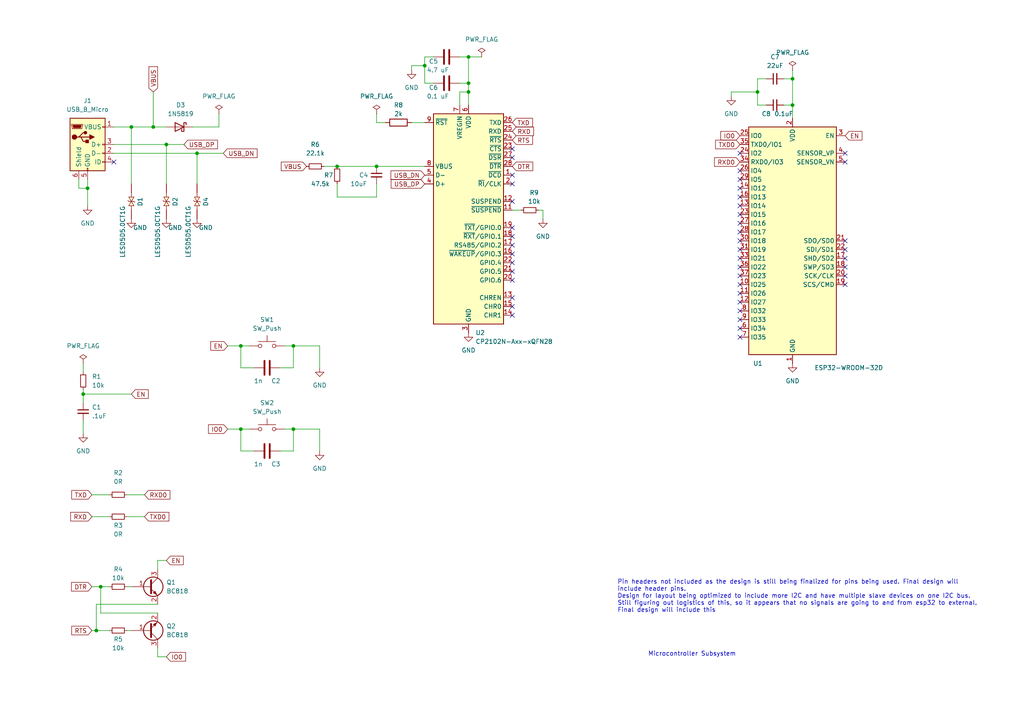
<source format=kicad_sch>
(kicad_sch (version 20211123) (generator eeschema)
  (paper "A4")
  (lib_symbols
    (symbol "Connector:USB_B_Micro" (pin_names (offset 1.016))
      (property "Reference" "J" (at -5.08 11.43 0))
      (property "Value" "USB_B_Micro" (at -5.08 8.89 0))
      (symbol "USB_B_Micro_0_1"
        (rectangle (start -5.08 -7.62) (end 5.08 7.62) (stroke (width 0.254)) (fill (type background)))
        (circle (center -3.81 2.159) (radius 0.635) (stroke (width 0.254)) (fill (type outline)))
        (circle (center -0.635 3.429) (radius 0.381) (stroke (width 0.254)) (fill (type outline)))
        (rectangle (start -0.127 -7.62) (end 0.127 -6.858))
        (polyline (pts (xy -1.905 2.159) (xy 0.635 2.159)) (stroke (width 0.254)))
        (polyline (pts (xy -3.175 2.159) (xy -2.54 2.159) (xy -1.27 3.429) (xy -0.635 3.429)) (stroke (width 0.254)))
        (polyline (pts (xy -2.54 2.159) (xy -1.905 2.159) (xy -1.27 0.889) (xy 0 0.889)) (stroke (width 0.254)))
        (polyline (pts (xy 0.635 2.794) (xy 0.635 1.524) (xy 1.905 2.159) (xy 0.635 2.794)) (stroke (width 0.254)) (fill (type outline)))
        (polyline (pts (xy -4.318 5.588) (xy -1.778 5.588) (xy -2.032 4.826) (xy -4.064 4.826) (xy -4.318 5.588)) (fill (type outline)))
        (polyline (pts (xy -4.699 5.842) (xy -4.699 5.588) (xy -4.445 4.826) (xy -4.445 4.572) (xy -1.651 4.572) (xy -1.651 4.826) (xy -1.397 5.588) (xy -1.397 5.842) (xy -4.699 5.842)))
        (rectangle (start 0.254 1.27) (end -0.508 0.508) (stroke (width 0.254)) (fill (type outline)))
        (rectangle (start 5.08 -5.207) (end 4.318 -4.953))
        (rectangle (start 5.08 -2.667) (end 4.318 -2.413))
        (rectangle (start 5.08 -0.127) (end 4.318 0.127))
        (rectangle (start 5.08 4.953) (end 4.318 5.207))
      )
      (symbol "USB_B_Micro_1_1"
        (pin power_out line (at 7.62 5.08 180) (length 2.54) (name "VBUS") (number "1"))
        (pin bidirectional line (at 7.62 -2.54 180) (length 2.54) (name "D-") (number "2"))
        (pin bidirectional line (at 7.62 0 180) (length 2.54) (name "D+") (number "3"))
        (pin passive line (at 7.62 -5.08 180) (length 2.54) (name "ID") (number "4"))
        (pin power_out line (at 0 -10.16 90) (length 2.54) (name "GND") (number "5"))
        (pin passive line (at -2.54 -10.16 90) (length 2.54) (name "Shield") (number "6"))
      )
    )
    (symbol "Device:C" (pin_numbers hide) (pin_names (offset 0.254))
      (property "Reference" "C" (at 0.635 2.54 0))
      (property "Value" "C" (at 0.635 -2.54 0))
      (symbol "C_0_1"
        (polyline (pts (xy -2.032 -0.762) (xy 2.032 -0.762)) (stroke (width 0.508)))
        (polyline (pts (xy -2.032 0.762) (xy 2.032 0.762)) (stroke (width 0.508)))
      )
      (symbol "C_1_1"
        (pin passive line (at 0 3.81 270) (length 2.794) (name "~") (number "1"))
        (pin passive line (at 0 -3.81 90) (length 2.794) (name "~") (number "2"))
      )
    )
    (symbol "Device:C_Small" (pin_numbers hide) (pin_names (offset 0.254) hide)
      (property "Reference" "C" (at 0.254 1.778 0))
      (property "Value" "C_Small" (at 0.254 -2.032 0))
      (symbol "C_Small_0_1"
        (polyline (pts (xy -1.524 -0.508) (xy 1.524 -0.508)) (stroke (width 0.3302)))
        (polyline (pts (xy -1.524 0.508) (xy 1.524 0.508)) (stroke (width 0.3048)))
      )
      (symbol "C_Small_1_1"
        (pin passive line (at 0 2.54 270) (length 2.032) (name "~") (number "1"))
        (pin passive line (at 0 -2.54 90) (length 2.032) (name "~") (number "2"))
      )
    )
    (symbol "Device:R" (pin_numbers hide) (pin_names (offset 0))
      (property "Reference" "R" (at 2.032 0 90))
      (property "Value" "R" (at 0 0 90))
      (symbol "R_0_1"
        (rectangle (start -1.016 -2.54) (end 1.016 2.54) (stroke (width 0.254)))
      )
      (symbol "R_1_1"
        (pin passive line (at 0 3.81 270) (length 1.27) (name "~") (number "1"))
        (pin passive line (at 0 -3.81 90) (length 1.27) (name "~") (number "2"))
      )
    )
    (symbol "Device:R_Small" (pin_numbers hide) (pin_names (offset 0.254) hide)
      (property "Reference" "R" (at 0.762 0.508 0))
      (property "Value" "R_Small" (at 0.762 -1.016 0))
      (symbol "R_Small_0_1"
        (rectangle (start -0.762 1.778) (end 0.762 -1.778) (stroke (width 0.2032)))
      )
      (symbol "R_Small_1_1"
        (pin passive line (at 0 2.54 270) (length 0.762) (name "~") (number "1"))
        (pin passive line (at 0 -2.54 90) (length 0.762) (name "~") (number "2"))
      )
    )
    (symbol "Diode:1N5819" (pin_numbers hide) (pin_names (offset 1.016) hide)
      (property "Reference" "D" (at 0 2.54 0))
      (property "Value" "1N5819" (at 0 -2.54 0))
      (symbol "1N5819_0_1"
        (polyline (pts (xy 1.27 0) (xy -1.27 0)))
        (polyline (pts (xy 1.27 1.27) (xy 1.27 -1.27) (xy -1.27 0) (xy 1.27 1.27)) (stroke (width 0.254)))
        (polyline (pts (xy -1.905 0.635) (xy -1.905 1.27) (xy -1.27 1.27) (xy -1.27 -1.27) (xy -0.635 -1.27) (xy -0.635 -0.635)) (stroke (width 0.254)))
      )
      (symbol "1N5819_1_1"
        (pin passive line (at -3.81 0 0) (length 2.54) (name "K") (number "1"))
        (pin passive line (at 3.81 0 180) (length 2.54) (name "A") (number "2"))
      )
    )
    (symbol "Interface_USB:CP2102N-Axx-xQFN28"
      (property "Reference" "U" (at -8.89 31.75 0))
      (property "Value" "CP2102N-Axx-xQFN28" (at 12.7 31.75 0))
      (symbol "CP2102N-Axx-xQFN28_0_1"
        (rectangle (start -10.16 30.48) (end 10.16 -30.48) (stroke (width 0.254)) (fill (type background)))
      )
      (symbol "CP2102N-Axx-xQFN28_1_1"
        (pin input line (at 12.7 12.7 180) (length 2.54) (name "~{DCD}") (number "1"))
        (pin no_connect line (at -10.16 -27.94 0) (length 2.54) hide (name "NC") (number "10"))
        (pin output line (at 12.7 2.54 180) (length 2.54) (name "~{SUSPEND}") (number "11"))
        (pin output line (at 12.7 5.08 180) (length 2.54) (name "SUSPEND") (number "12"))
        (pin output line (at 12.7 -22.86 180) (length 2.54) (name "CHREN") (number "13"))
        (pin output line (at 12.7 -27.94 180) (length 2.54) (name "CHR1") (number "14"))
        (pin output line (at 12.7 -25.4 180) (length 2.54) (name "CHR0") (number "15"))
        (pin bidirectional line (at 12.7 -10.16 180) (length 2.54) (name "~{WAKEUP}/GPIO.3") (number "16"))
        (pin bidirectional line (at 12.7 -7.62 180) (length 2.54) (name "RS485/GPIO.2") (number "17"))
        (pin bidirectional line (at 12.7 -5.08 180) (length 2.54) (name "~{RXT}/GPIO.1") (number "18"))
        (pin bidirectional line (at 12.7 -2.54 180) (length 2.54) (name "~{TXT}/GPIO.0") (number "19"))
        (pin bidirectional line (at 12.7 10.16 180) (length 2.54) (name "~{RI}/CLK") (number "2"))
        (pin bidirectional line (at 12.7 -17.78 180) (length 2.54) (name "GPIO.6") (number "20"))
        (pin bidirectional line (at 12.7 -15.24 180) (length 2.54) (name "GPIO.5") (number "21"))
        (pin bidirectional line (at 12.7 -12.7 180) (length 2.54) (name "GPIO.4") (number "22"))
        (pin input line (at 12.7 20.32 180) (length 2.54) (name "~{CTS}") (number "23"))
        (pin output line (at 12.7 22.86 180) (length 2.54) (name "~{RTS}") (number "24"))
        (pin input line (at 12.7 25.4 180) (length 2.54) (name "RXD") (number "25"))
        (pin output line (at 12.7 27.94 180) (length 2.54) (name "TXD") (number "26"))
        (pin input line (at 12.7 17.78 180) (length 2.54) (name "~{DSR}") (number "27"))
        (pin output line (at 12.7 15.24 180) (length 2.54) (name "~{DTR}") (number "28"))
        (pin passive line (at 0 -33.02 90) (length 2.54) hide (name "GND") (number "29"))
        (pin power_in line (at 0 -33.02 90) (length 2.54) (name "GND") (number "3"))
        (pin bidirectional line (at -12.7 10.16 0) (length 2.54) (name "D+") (number "4"))
        (pin bidirectional line (at -12.7 12.7 0) (length 2.54) (name "D-") (number "5"))
        (pin power_in line (at 0 33.02 270) (length 2.54) (name "VDD") (number "6"))
        (pin power_in line (at -2.54 33.02 270) (length 2.54) (name "VREGIN") (number "7"))
        (pin input line (at -12.7 15.24 0) (length 2.54) (name "VBUS") (number "8"))
        (pin input line (at -12.7 27.94 0) (length 2.54) (name "~{RST}") (number "9"))
      )
    )
    (symbol "LESD5D5.0CT1G:LESD5D5.0CT1G" (pin_numbers hide) (pin_names (offset 1.016) hide)
      (property "Reference" "D" (at -5.08 2.54 0))
      (property "Value" "LESD5D5.0CT1G" (at -5.08 -5.08 0))
      (symbol "LESD5D5.0CT1G_0_0"
        (polyline (pts (xy -1.27 0) (xy -2.54 0)) (stroke (width 0.1524)))
        (polyline (pts (xy 0 -0.762) (xy -0.254 -1.016)) (stroke (width 0.1524)))
        (polyline (pts (xy 0 -0.762) (xy 0 0.762)) (stroke (width 0.1524)))
        (polyline (pts (xy 0 0.762) (xy 0.254 1.016)) (stroke (width 0.1524)))
        (polyline (pts (xy 1.27 0) (xy 2.54 0)) (stroke (width 0.1524)))
        (polyline (pts (xy 0 0) (xy -1.27 -0.762) (xy -1.27 0.762) (xy 0 0)) (stroke (width 0.1524)) (fill (type background)))
        (polyline (pts (xy 0 0) (xy 1.27 0.762) (xy 1.27 -0.762) (xy 0 0)) (stroke (width 0.1524)) (fill (type background)))
        (pin passive line (at -5.08 0 0) (length 2.54) (name "~") (number "1"))
        (pin passive line (at 5.08 0 180) (length 2.54) (name "~") (number "2"))
      )
    )
    (symbol "RF_Module:ESP32-WROOM-32D"
      (property "Reference" "U" (at -12.7 34.29 0))
      (property "Value" "ESP32-WROOM-32D" (at 1.27 34.29 0))
      (symbol "ESP32-WROOM-32D_0_1"
        (rectangle (start -12.7 33.02) (end 12.7 -33.02) (stroke (width 0.254)) (fill (type background)))
      )
      (symbol "ESP32-WROOM-32D_1_1"
        (pin power_in line (at 0 -35.56 90) (length 2.54) (name "GND") (number "1"))
        (pin bidirectional line (at 15.24 -12.7 180) (length 2.54) (name "IO25") (number "10"))
        (pin bidirectional line (at 15.24 -15.24 180) (length 2.54) (name "IO26") (number "11"))
        (pin bidirectional line (at 15.24 -17.78 180) (length 2.54) (name "IO27") (number "12"))
        (pin bidirectional line (at 15.24 10.16 180) (length 2.54) (name "IO14") (number "13"))
        (pin bidirectional line (at 15.24 15.24 180) (length 2.54) (name "IO12") (number "14"))
        (pin passive line (at 0 -35.56 90) (length 2.54) hide (name "GND") (number "15"))
        (pin bidirectional line (at 15.24 12.7 180) (length 2.54) (name "IO13") (number "16"))
        (pin bidirectional line (at -15.24 -5.08 0) (length 2.54) (name "SHD/SD2") (number "17"))
        (pin bidirectional line (at -15.24 -7.62 0) (length 2.54) (name "SWP/SD3") (number "18"))
        (pin bidirectional line (at -15.24 -12.7 0) (length 2.54) (name "SCS/CMD") (number "19"))
        (pin power_in line (at 0 35.56 270) (length 2.54) (name "VDD") (number "2"))
        (pin bidirectional line (at -15.24 -10.16 0) (length 2.54) (name "SCK/CLK") (number "20"))
        (pin bidirectional line (at -15.24 0 0) (length 2.54) (name "SDO/SD0") (number "21"))
        (pin bidirectional line (at -15.24 -2.54 0) (length 2.54) (name "SDI/SD1") (number "22"))
        (pin bidirectional line (at 15.24 7.62 180) (length 2.54) (name "IO15") (number "23"))
        (pin bidirectional line (at 15.24 25.4 180) (length 2.54) (name "IO2") (number "24"))
        (pin bidirectional line (at 15.24 30.48 180) (length 2.54) (name "IO0") (number "25"))
        (pin bidirectional line (at 15.24 20.32 180) (length 2.54) (name "IO4") (number "26"))
        (pin bidirectional line (at 15.24 5.08 180) (length 2.54) (name "IO16") (number "27"))
        (pin bidirectional line (at 15.24 2.54 180) (length 2.54) (name "IO17") (number "28"))
        (pin bidirectional line (at 15.24 17.78 180) (length 2.54) (name "IO5") (number "29"))
        (pin input line (at -15.24 30.48 0) (length 2.54) (name "EN") (number "3"))
        (pin bidirectional line (at 15.24 0 180) (length 2.54) (name "IO18") (number "30"))
        (pin bidirectional line (at 15.24 -2.54 180) (length 2.54) (name "IO19") (number "31"))
        (pin no_connect line (at -12.7 -27.94 0) (length 2.54) hide (name "NC") (number "32"))
        (pin bidirectional line (at 15.24 -5.08 180) (length 2.54) (name "IO21") (number "33"))
        (pin bidirectional line (at 15.24 22.86 180) (length 2.54) (name "RXD0/IO3") (number "34"))
        (pin bidirectional line (at 15.24 27.94 180) (length 2.54) (name "TXD0/IO1") (number "35"))
        (pin bidirectional line (at 15.24 -7.62 180) (length 2.54) (name "IO22") (number "36"))
        (pin bidirectional line (at 15.24 -10.16 180) (length 2.54) (name "IO23") (number "37"))
        (pin passive line (at 0 -35.56 90) (length 2.54) hide (name "GND") (number "38"))
        (pin passive line (at 0 -35.56 90) (length 2.54) hide (name "GND") (number "39"))
        (pin input line (at -15.24 25.4 0) (length 2.54) (name "SENSOR_VP") (number "4"))
        (pin input line (at -15.24 22.86 0) (length 2.54) (name "SENSOR_VN") (number "5"))
        (pin input line (at 15.24 -25.4 180) (length 2.54) (name "IO34") (number "6"))
        (pin input line (at 15.24 -27.94 180) (length 2.54) (name "IO35") (number "7"))
        (pin bidirectional line (at 15.24 -20.32 180) (length 2.54) (name "IO32") (number "8"))
        (pin bidirectional line (at 15.24 -22.86 180) (length 2.54) (name "IO33") (number "9"))
      )
    )
    (symbol "Switch:SW_Push" (pin_numbers hide) (pin_names (offset 1.016) hide)
      (property "Reference" "SW" (at 1.27 2.54 0))
      (property "Value" "SW_Push" (at 0 -1.524 0))
      (symbol "SW_Push_0_1"
        (circle (center -2.032 0) (radius 0.508))
        (polyline (pts (xy 0 1.27) (xy 0 3.048)))
        (polyline (pts (xy 2.54 1.27) (xy -2.54 1.27)))
        (circle (center 2.032 0) (radius 0.508))
        (pin passive line (at -5.08 0 0) (length 2.54) (name "1") (number "1"))
        (pin passive line (at 5.08 0 180) (length 2.54) (name "2") (number "2"))
      )
    )
    (symbol "Transistor_BJT:BC818" (pin_names (offset 0) hide)
      (property "Reference" "Q" (at 5.08 1.905 0))
      (property "Value" "BC818" (at 5.08 0 0))
      (symbol "BC818_0_1"
        (polyline (pts (xy 0.635 0.635) (xy 2.54 2.54)))
        (polyline (pts (xy 0.635 -0.635) (xy 2.54 -2.54) (xy 2.54 -2.54)))
        (polyline (pts (xy 0.635 1.905) (xy 0.635 -1.905) (xy 0.635 -1.905)) (stroke (width 0.508)))
        (polyline (pts (xy 1.27 -1.778) (xy 1.778 -1.27) (xy 2.286 -2.286) (xy 1.27 -1.778) (xy 1.27 -1.778)) (fill (type outline)))
        (circle (center 1.27 0) (radius 2.8194) (stroke (width 0.254)))
      )
      (symbol "BC818_1_1"
        (pin input line (at -5.08 0 0) (length 5.715) (name "B") (number "1"))
        (pin passive line (at 2.54 -5.08 90) (length 2.54) (name "E") (number "2"))
        (pin passive line (at 2.54 5.08 270) (length 2.54) (name "C") (number "3"))
      )
    )
    (symbol "power:GND" (power) (pin_names (offset 0))
      (property "Value" "GND" (at 0 -3.81 0))
      (symbol "GND_0_1"
        (polyline (pts (xy 0 0) (xy 0 -1.27) (xy 1.27 -1.27) (xy 0 -2.54) (xy -1.27 -1.27) (xy 0 -1.27)))
      )
      (symbol "GND_1_1"
        (pin power_in line (at 0 0 270) (length 0) hide (name "GND") (number "1"))
      )
    )
    (symbol "power:PWR_FLAG" (power) (pin_numbers hide) (pin_names (offset 0) hide)
      (property "Value" "PWR_FLAG" (at 0 3.81 0))
      (symbol "PWR_FLAG_0_0"
        (pin power_out line (at 0 0 90) (length 0) (name "pwr") (number "1"))
      )
      (symbol "PWR_FLAG_0_1"
        (polyline (pts (xy 0 0) (xy 0 1.27) (xy -1.016 1.905) (xy 0 2.54) (xy 1.016 1.905) (xy 0 1.27)))
      )
    )
  )
  (junction (at 135.89 26.67))
  (junction (at 229.87 22.86))
  (junction (at 229.87 30.48))
  (junction (at 97.79 48.26))
  (junction (at 69.85 124.46))
  (junction (at 38.1 36.83))
  (junction (at 44.45 36.83))
  (junction (at 69.85 100.33))
  (junction (at 85.09 100.33))
  (junction (at 123.19 19.05))
  (junction (at 85.09 124.46))
  (junction (at 27.94 182.88))
  (junction (at 29.21 170.18))
  (junction (at 135.89 24.13))
  (junction (at 57.15 44.45))
  (junction (at 219.71 26.67))
  (junction (at 48.26 41.91))
  (junction (at 24.13 114.3))
  (junction (at 135.89 16.51))
  (junction (at 109.22 48.26))
  (junction (at 25.4 54.61))
  (no_connect (at 245.11 69.85))
  (no_connect (at 245.11 72.39))
  (no_connect (at 245.11 82.55))
  (no_connect (at 245.11 80.01))
  (no_connect (at 245.11 77.47))
  (no_connect (at 245.11 74.93))
  (no_connect (at 214.63 97.79))
  (no_connect (at 33.02 46.99))
  (no_connect (at 148.59 43.18))
  (no_connect (at 148.59 45.72))
  (no_connect (at 214.63 95.25))
  (no_connect (at 214.63 92.71))
  (no_connect (at 148.59 53.34))
  (no_connect (at 148.59 50.8))
  (no_connect (at 214.63 44.45))
  (no_connect (at 214.63 49.53))
  (no_connect (at 214.63 52.07))
  (no_connect (at 214.63 57.15))
  (no_connect (at 214.63 54.61))
  (no_connect (at 214.63 87.63))
  (no_connect (at 214.63 90.17))
  (no_connect (at 214.63 85.09))
  (no_connect (at 214.63 82.55))
  (no_connect (at 214.63 77.47))
  (no_connect (at 214.63 80.01))
  (no_connect (at 214.63 74.93))
  (no_connect (at 214.63 72.39))
  (no_connect (at 214.63 64.77))
  (no_connect (at 214.63 59.69))
  (no_connect (at 214.63 62.23))
  (no_connect (at 214.63 69.85))
  (no_connect (at 214.63 67.31))
  (no_connect (at 245.11 46.99))
  (no_connect (at 245.11 44.45))
  (no_connect (at 148.59 81.28))
  (no_connect (at 148.59 78.74))
  (no_connect (at 148.59 76.2))
  (no_connect (at 148.59 86.36))
  (no_connect (at 148.59 91.44))
  (no_connect (at 148.59 88.9))
  (no_connect (at 148.59 73.66))
  (no_connect (at 148.59 71.12))
  (no_connect (at 148.59 68.58))
  (no_connect (at 148.59 66.04))
  (no_connect (at 148.59 58.42))
  (wire (pts (xy 63.5 33.02) (xy 63.5 36.83)))
  (wire (pts (xy 24.13 121.92) (xy 24.13 125.73)))
  (wire (pts (xy 92.71 124.46) (xy 92.71 130.81)))
  (wire (pts (xy 36.83 182.88) (xy 38.1 182.88)))
  (wire (pts (xy 36.83 170.18) (xy 38.1 170.18)))
  (wire (pts (xy 24.13 114.3) (xy 24.13 116.84)))
  (wire (pts (xy 24.13 113.03) (xy 24.13 114.3)))
  (wire (pts (xy 33.02 36.83) (xy 38.1 36.83)))
  (wire (pts (xy 26.67 143.51) (xy 31.75 143.51)))
  (wire (pts (xy 123.19 19.05) (xy 119.38 19.05)))
  (wire (pts (xy 33.02 44.45) (xy 57.15 44.45)))
  (wire (pts (xy 97.79 57.15) (xy 109.22 57.15)))
  (wire (pts (xy 133.35 30.48) (xy 133.35 26.67)))
  (wire (pts (xy 45.72 190.5) (xy 48.26 190.5)))
  (wire (pts (xy 22.86 54.61) (xy 22.86 52.07)))
  (wire (pts (xy 25.4 52.07) (xy 25.4 54.61)))
  (wire (pts (xy 123.19 16.51) (xy 123.19 19.05)))
  (wire (pts (xy 45.72 162.56) (xy 48.26 162.56)))
  (wire (pts (xy 123.19 19.05) (xy 123.19 24.13)))
  (wire (pts (xy 227.33 30.48) (xy 229.87 30.48)))
  (wire (pts (xy 85.09 100.33) (xy 92.71 100.33)))
  (wire (pts (xy 109.22 48.26) (xy 123.19 48.26)))
  (wire (pts (xy 36.83 143.51) (xy 41.91 143.51)))
  (wire (pts (xy 29.21 177.8) (xy 45.72 177.8)))
  (wire (pts (xy 133.35 24.13) (xy 135.89 24.13)))
  (wire (pts (xy 212.09 26.67) (xy 212.09 27.94)))
  (wire (pts (xy 66.04 100.33) (xy 69.85 100.33)))
  (wire (pts (xy 219.71 30.48) (xy 222.25 30.48)))
  (wire (pts (xy 69.85 100.33) (xy 72.39 100.33)))
  (wire (pts (xy 69.85 100.33) (xy 69.85 106.68)))
  (wire (pts (xy 109.22 33.02) (xy 109.22 35.56)))
  (wire (pts (xy 66.04 124.46) (xy 69.85 124.46)))
  (wire (pts (xy 111.76 35.56) (xy 109.22 35.56)))
  (wire (pts (xy 27.94 182.88) (xy 31.75 182.88)))
  (wire (pts (xy 85.09 124.46) (xy 85.09 130.81)))
  (wire (pts (xy 81.28 130.81) (xy 85.09 130.81)))
  (wire (pts (xy 135.89 26.67) (xy 135.89 30.48)))
  (wire (pts (xy 26.67 149.86) (xy 31.75 149.86)))
  (wire (pts (xy 69.85 124.46) (xy 72.39 124.46)))
  (wire (pts (xy 219.71 22.86) (xy 219.71 26.67)))
  (wire (pts (xy 26.67 182.88) (xy 27.94 182.88)))
  (wire (pts (xy 133.35 26.67) (xy 135.89 26.67)))
  (wire (pts (xy 156.21 60.96) (xy 157.48 60.96)))
  (wire (pts (xy 33.02 41.91) (xy 48.26 41.91)))
  (wire (pts (xy 36.83 149.86) (xy 41.91 149.86)))
  (wire (pts (xy 229.87 34.29) (xy 229.87 30.48)))
  (wire (pts (xy 29.21 170.18) (xy 31.75 170.18)))
  (wire (pts (xy 44.45 36.83) (xy 48.26 36.83)))
  (wire (pts (xy 45.72 165.1) (xy 45.72 162.56)))
  (wire (pts (xy 229.87 20.32) (xy 229.87 22.86)))
  (wire (pts (xy 92.71 100.33) (xy 92.71 106.68)))
  (wire (pts (xy 82.55 124.46) (xy 85.09 124.46)))
  (wire (pts (xy 55.88 36.83) (xy 63.5 36.83)))
  (wire (pts (xy 219.71 26.67) (xy 212.09 26.67)))
  (wire (pts (xy 219.71 26.67) (xy 219.71 30.48)))
  (wire (pts (xy 73.66 106.68) (xy 69.85 106.68)))
  (wire (pts (xy 45.72 175.26) (xy 27.94 175.26)))
  (wire (pts (xy 73.66 130.81) (xy 69.85 130.81)))
  (wire (pts (xy 97.79 53.34) (xy 97.79 57.15)))
  (wire (pts (xy 135.89 26.67) (xy 135.89 24.13)))
  (wire (pts (xy 222.25 22.86) (xy 219.71 22.86)))
  (wire (pts (xy 45.72 187.96) (xy 45.72 190.5)))
  (wire (pts (xy 57.15 44.45) (xy 57.15 53.34)))
  (wire (pts (xy 119.38 19.05) (xy 119.38 20.32)))
  (wire (pts (xy 135.89 16.51) (xy 139.7 16.51)))
  (wire (pts (xy 135.89 16.51) (xy 135.89 24.13)))
  (wire (pts (xy 29.21 170.18) (xy 29.21 177.8)))
  (wire (pts (xy 44.45 26.67) (xy 44.45 36.83)))
  (wire (pts (xy 85.09 124.46) (xy 92.71 124.46)))
  (wire (pts (xy 109.22 53.34) (xy 109.22 57.15)))
  (wire (pts (xy 148.59 60.96) (xy 151.13 60.96)))
  (wire (pts (xy 38.1 36.83) (xy 38.1 53.34)))
  (wire (pts (xy 48.26 41.91) (xy 53.34 41.91)))
  (wire (pts (xy 123.19 24.13) (xy 125.73 24.13)))
  (wire (pts (xy 85.09 100.33) (xy 85.09 106.68)))
  (wire (pts (xy 82.55 100.33) (xy 85.09 100.33)))
  (wire (pts (xy 27.94 175.26) (xy 27.94 182.88)))
  (wire (pts (xy 25.4 54.61) (xy 22.86 54.61)))
  (wire (pts (xy 119.38 35.56) (xy 123.19 35.56)))
  (wire (pts (xy 38.1 36.83) (xy 44.45 36.83)))
  (wire (pts (xy 227.33 22.86) (xy 229.87 22.86)))
  (wire (pts (xy 229.87 30.48) (xy 229.87 22.86)))
  (wire (pts (xy 97.79 48.26) (xy 109.22 48.26)))
  (wire (pts (xy 48.26 41.91) (xy 48.26 53.34)))
  (wire (pts (xy 57.15 44.45) (xy 64.77 44.45)))
  (wire (pts (xy 25.4 54.61) (xy 25.4 59.69)))
  (wire (pts (xy 69.85 124.46) (xy 69.85 130.81)))
  (wire (pts (xy 26.67 170.18) (xy 29.21 170.18)))
  (wire (pts (xy 24.13 114.3) (xy 38.1 114.3)))
  (wire (pts (xy 93.98 48.26) (xy 97.79 48.26)))
  (wire (pts (xy 133.35 16.51) (xy 135.89 16.51)))
  (wire (pts (xy 24.13 105.41) (xy 24.13 107.95)))
  (wire (pts (xy 157.48 60.96) (xy 157.48 63.5)))
  (wire (pts (xy 125.73 16.51) (xy 123.19 16.51)))
  (wire (pts (xy 81.28 106.68) (xy 85.09 106.68)))
  (text "Pin headers not included as the design is still being finalized for pins being used. Final design will \ninclude header pins.\nDesign for layout being optimized to include more I2C and have multiple slave devices on one I2C bus.\nStill figuring out logistics of this, so it appears that no signals are going to and from esp32 to external.\nFinal design will include this" (at 179.07 177.8 0) (effects (font (size 1.27 1.27)) (justify left bottom)))
  (text "Microcontroller Subsystem" (at 187.96 190.5 0) (effects (font (size 1.27 1.27)) (justify left bottom)))
  (global_label "EN" (shape input) (at 38.1 114.3 0) (property "Intersheet References" "${INTERSHEET_REFS}" (effects hide)))
  (global_label "TXD" (shape input) (at 148.59 35.56 0) (property "Intersheet References" "${INTERSHEET_REFS}" (effects hide)))
  (global_label "IO0" (shape input) (at 48.26 190.5 0) (property "Intersheet References" "${INTERSHEET_REFS}" (effects hide)))
  (global_label "VBUS" (shape input) (at 44.45 26.67 90) (property "Intersheet References" "${INTERSHEET_REFS}" (effects hide)))
  (global_label "TXD0" (shape input) (at 214.63 41.91 180) (property "Intersheet References" "${INTERSHEET_REFS}" (effects hide)))
  (global_label "IO0" (shape input) (at 66.04 124.46 180) (property "Intersheet References" "${INTERSHEET_REFS}" (effects hide)))
  (global_label "EN" (shape input) (at 245.11 39.37 0) (property "Intersheet References" "${INTERSHEET_REFS}" (effects hide)))
  (global_label "RTS" (shape input) (at 148.59 40.64 0) (property "Intersheet References" "${INTERSHEET_REFS}" (effects hide)))
  (global_label "USB_DN" (shape input) (at 64.77 44.45 0) (property "Intersheet References" "${INTERSHEET_REFS}" (effects hide)))
  (global_label "IO0" (shape input) (at 214.63 39.37 180) (property "Intersheet References" "${INTERSHEET_REFS}" (effects hide)))
  (global_label "EN" (shape input) (at 66.04 100.33 180) (property "Intersheet References" "${INTERSHEET_REFS}" (effects hide)))
  (global_label "USB_DP" (shape input) (at 123.19 53.34 180) (property "Intersheet References" "${INTERSHEET_REFS}" (effects hide)))
  (global_label "RXD0" (shape input) (at 214.63 46.99 180) (property "Intersheet References" "${INTERSHEET_REFS}" (effects hide)))
  (global_label "RXD0" (shape input) (at 41.91 143.51 0) (property "Intersheet References" "${INTERSHEET_REFS}" (effects hide)))
  (global_label "DTR" (shape input) (at 148.59 48.26 0) (property "Intersheet References" "${INTERSHEET_REFS}" (effects hide)))
  (global_label "USB_DP" (shape input) (at 53.34 41.91 0) (property "Intersheet References" "${INTERSHEET_REFS}" (effects hide)))
  (global_label "DTR" (shape input) (at 26.67 170.18 180) (property "Intersheet References" "${INTERSHEET_REFS}" (effects hide)))
  (global_label "EN" (shape input) (at 48.26 162.56 0) (property "Intersheet References" "${INTERSHEET_REFS}" (effects hide)))
  (global_label "TXD" (shape input) (at 26.67 143.51 180) (property "Intersheet References" "${INTERSHEET_REFS}" (effects hide)))
  (global_label "VBUS" (shape input) (at 88.9 48.26 180) (property "Intersheet References" "${INTERSHEET_REFS}" (effects hide)))
  (global_label "RTS" (shape input) (at 26.67 182.88 180) (property "Intersheet References" "${INTERSHEET_REFS}" (effects hide)))
  (global_label "RXD" (shape input) (at 26.67 149.86 180) (property "Intersheet References" "${INTERSHEET_REFS}" (effects hide)))
  (global_label "RXD" (shape input) (at 148.59 38.1 0) (property "Intersheet References" "${INTERSHEET_REFS}" (effects hide)))
  (global_label "TXD0" (shape input) (at 41.91 149.86 0) (property "Intersheet References" "${INTERSHEET_REFS}" (effects hide)))
  (global_label "USB_DN" (shape input) (at 123.19 50.8 180) (property "Intersheet References" "${INTERSHEET_REFS}" (effects hide)))
  (symbol (lib_id "power:PWR_FLAG") (at 24.13 105.41 0) (unit 1)
    (property "Reference" "#FLG0105" (effects hide))
    (property "Value" "PWR_FLAG" (at 24.13 100.33 0))
  )
  (symbol (lib_id "Device:R_Small") (at 34.29 182.88 90) (unit 1)
    (property "Reference" "R5" (at 34.29 185.42 90))
    (property "Value" "10k" (at 34.29 187.96 90))
    (property "Footprint" "Resistor_SMD:R_0603_1608Metric_Pad0.98x0.95mm_HandSolder" (effects hide))
  )
  (symbol (lib_id "power:PWR_FLAG") (at 139.7 16.51 0) (unit 1)
    (property "Reference" "#FLG0103" (effects hide))
    (property "Value" "PWR_FLAG" (at 139.7 11.43 0))
  )
  (symbol (lib_id "Device:C") (at 129.54 16.51 90) (unit 1)
    (property "Reference" "C5" (at 125.73 17.78 90))
    (property "Value" "4.7 uF" (at 127 20.32 90))
    (property "Footprint" "Capacitor_SMD:C_0603_1608Metric_Pad1.08x0.95mm_HandSolder" (effects hide))
  )
  (symbol (lib_id "Device:C") (at 77.47 130.81 90) (unit 1)
    (property "Reference" "C3" (at 80.01 134.62 90))
    (property "Value" "1n" (at 74.93 134.62 90))
    (property "Footprint" "Capacitor_SMD:C_0603_1608Metric_Pad1.08x0.95mm_HandSolder" (effects hide))
  )
  (symbol (lib_id "power:GND") (at 135.89 96.52 0) (unit 1)
    (property "Reference" "#PWR0110" (effects hide))
    (property "Value" "GND" (at 135.89 101.6 0))
  )
  (symbol (lib_id "power:PWR_FLAG") (at 63.5 33.02 0) (unit 1)
    (property "Reference" "#FLG0102" (effects hide))
    (property "Value" "PWR_FLAG" (at 63.5 27.94 0))
  )
  (symbol (lib_id "Device:R_Small") (at 24.13 110.49 0) (unit 1)
    (property "Reference" "R1" (at 26.67 109.2199 0) (effects (justify left)))
    (property "Value" "10k" (at 26.67 111.7599 0) (effects (justify left)))
    (property "Footprint" "Resistor_SMD:R_0603_1608Metric_Pad0.98x0.95mm_HandSolder" (effects hide))
  )
  (symbol (lib_id "Device:R_Small") (at 34.29 170.18 90) (unit 1)
    (property "Reference" "R4" (at 34.29 165.1 90))
    (property "Value" "10k" (at 34.29 167.64 90))
    (property "Footprint" "Resistor_SMD:R_0603_1608Metric_Pad0.98x0.95mm_HandSolder" (effects hide))
  )
  (symbol (lib_id "Device:R_Small") (at 34.29 149.86 90) (unit 1)
    (property "Reference" "R3" (at 34.29 152.4 90))
    (property "Value" "0R" (at 34.29 154.94 90))
    (property "Footprint" "Resistor_SMD:R_0603_1608Metric_Pad0.98x0.95mm_HandSolder" (effects hide))
  )
  (symbol (lib_id "power:PWR_FLAG") (at 229.87 20.32 0) (unit 1)
    (property "Reference" "#FLG0101" (effects hide))
    (property "Value" "PWR_FLAG" (at 229.87 15.24 0))
  )
  (symbol (lib_id "Switch:SW_Push") (at 77.47 124.46 0) (unit 1)
    (property "Reference" "SW2" (at 77.47 116.84 0))
    (property "Value" "SW_Push" (at 77.47 119.38 0))
    (property "Footprint" "Button_Switch_SMD:SW_Push_1P1T_NO_6x6mm_H9.5mm" (effects hide))
  )
  (symbol (lib_id "power:GND") (at 92.71 130.81 0) (unit 1)
    (property "Reference" "#PWR0115" (effects hide))
    (property "Value" "GND" (at 92.71 135.89 0))
  )
  (symbol (lib_id "Transistor_BJT:BC818") (at 43.18 170.18 0) (unit 1)
    (property "Reference" "Q1" (at 48.26 168.9099 0) (effects (justify left)))
    (property "Value" "BC818" (at 48.26 171.4499 0) (effects (justify left)))
    (property "Footprint" "Package_TO_SOT_SMD:SOT-23_Handsoldering" (effects hide))
    (property "Datasheet" "https://www.onsemi.com/pub/Collateral/BC818-D.pdf" (effects hide))
  )
  (symbol (lib_id "Diode:1N5819") (at 52.07 36.83 0) (mirror y) (unit 1)
    (property "Reference" "D3" (at 52.3875 30.48 0))
    (property "Value" "1N5819" (at 52.3875 33.02 0))
    (property "Footprint" "Diode_SMD:D_1206_3216Metric_Pad1.42x1.75mm_HandSolder" (effects hide))
    (property "Datasheet" "http://www.vishay.com/docs/88525/1n5817.pdf" (effects hide))
  )
  (symbol (lib_id "Device:R_Small") (at 91.44 48.26 90) (unit 1)
    (property "Reference" "R6" (at 91.44 41.91 90))
    (property "Value" "22.1k" (at 91.44 44.45 90))
    (property "Footprint" "Resistor_SMD:R_0603_1608Metric_Pad0.98x0.95mm_HandSolder" (effects hide))
  )
  (symbol (lib_id "power:GND") (at 92.71 106.68 0) (unit 1)
    (property "Reference" "#PWR0114" (effects hide))
    (property "Value" "GND" (at 92.71 111.76 0))
  )
  (symbol (lib_id "power:GND") (at 38.1 63.5 0) (unit 1)
    (property "Reference" "#PWR0106" (effects hide))
    (property "Value" "GND" (at 40.64 66.04 0))
  )
  (symbol (lib_id "power:GND") (at 157.48 63.5 0) (unit 1)
    (property "Reference" "#PWR0113" (effects hide))
    (property "Value" "GND" (at 157.48 68.58 0))
  )
  (symbol (lib_id "power:GND") (at 57.15 63.5 0) (unit 1)
    (property "Reference" "#PWR0108" (effects hide))
    (property "Value" "GND" (at 59.69 66.04 0))
  )
  (symbol (lib_id "Device:R_Small") (at 153.67 60.96 90) (unit 1)
    (property "Reference" "R9" (at 154.94 55.88 90))
    (property "Value" "10k" (at 154.94 58.42 90))
    (property "Footprint" "Resistor_SMD:R_0603_1608Metric_Pad0.98x0.95mm_HandSolder" (effects hide))
  )
  (symbol (lib_id "RF_Module:ESP32-WROOM-32D") (at 229.87 69.85 0) (mirror y) (unit 1)
    (property "Reference" "U1" (at 218.44 105.41 0) (effects (justify right)))
    (property "Value" "ESP32-WROOM-32D" (at 236.22 106.68 0) (effects (justify right)))
    (property "Footprint" "PCB_WORK:PCB_WORK_32D" (effects hide))
    (property "Datasheet" "https://www.espressif.com/sites/default/files/documentation/esp32-wroom-32d_esp32-wroom-32u_datasheet_en.pdf" (effects hide))
  )
  (symbol (lib_id "Transistor_BJT:BC818") (at 43.18 182.88 0) (mirror x) (unit 1)
    (property "Reference" "Q2" (at 48.26 181.6099 0) (effects (justify left)))
    (property "Value" "BC818" (at 48.26 184.1499 0) (effects (justify left)))
    (property "Footprint" "Package_TO_SOT_SMD:SOT-23_Handsoldering" (effects hide))
    (property "Datasheet" "https://www.onsemi.com/pub/Collateral/BC818-D.pdf" (effects hide))
  )
  (symbol (lib_id "Device:C") (at 129.54 24.13 90) (unit 1)
    (property "Reference" "C6" (at 125.73 25.4 90))
    (property "Value" "0.1 uF" (at 127 27.94 90))
    (property "Footprint" "Capacitor_SMD:C_0603_1608Metric_Pad1.08x0.95mm_HandSolder" (effects hide))
  )
  (symbol (lib_id "power:GND") (at 119.38 20.32 0) (unit 1)
    (property "Reference" "#PWR0112" (effects hide))
    (property "Value" "GND" (at 119.38 25.4 0))
  )
  (symbol (lib_id "Interface_USB:CP2102N-Axx-xQFN28") (at 135.89 63.5 0) (unit 1)
    (property "Reference" "U2" (at 137.9094 96.52 0) (effects (justify left)))
    (property "Value" "CP2102N-Axx-xQFN28" (at 137.9094 99.06 0) (effects (justify left)))
    (property "Footprint" "Package_DFN_QFN:QFN-28-1EP_5x5mm_P0.5mm_EP3.35x3.35mm" (effects hide))
    (property "Datasheet" "https://www.silabs.com/documents/public/data-sheets/cp2102n-datasheet.pdf" (effects hide))
  )
  (symbol (lib_id "Connector:USB_B_Micro") (at 25.4 41.91 0) (unit 1)
    (property "Reference" "J1" (at 25.4 29.21 0))
    (property "Value" "USB_B_Micro" (at 25.4 31.75 0))
    (property "Footprint" "Connector_USB:USB_Micro-B_GCT_USB3076-30-A" (effects hide))
  )
  (symbol (lib_id "Switch:SW_Push") (at 77.47 100.33 0) (unit 1)
    (property "Reference" "SW1" (at 77.47 92.71 0))
    (property "Value" "SW_Push" (at 77.47 95.25 0))
    (property "Footprint" "Button_Switch_SMD:SW_Push_1P1T_NO_6x6mm_H9.5mm" (effects hide))
  )
  (symbol (lib_id "Device:R") (at 115.57 35.56 90) (unit 1)
    (property "Reference" "R8" (at 115.57 30.48 90))
    (property "Value" "2k" (at 115.57 33.02 90))
    (property "Footprint" "Resistor_SMD:R_0603_1608Metric_Pad0.98x0.95mm_HandSolder" (effects hide))
  )
  (symbol (lib_id "LESD5D5.0CT1G:LESD5D5.0CT1G") (at 38.1 58.42 270) (unit 1)
    (property "Reference" "D1" (at 40.64 57.15 0) (effects (justify left)))
    (property "Value" "LESD5D5.0CT1G" (at 35.56 59.69 0) (effects (justify left)))
    (property "Footprint" "Diode_SMD:D_SOD-523" (effects hide))
    (property "MAXIMUM_PACKAGE_HEIGHT" "0.7 mm" (effects hide))
    (property "STANDARD" "Manufacturer Recommendations" (effects hide))
    (property "PARTREV" "O" (effects hide))
    (property "MANUFACTURER" "LRC" (effects hide))
  )
  (symbol (lib_id "LESD5D5.0CT1G:LESD5D5.0CT1G") (at 57.15 58.42 90) (unit 1)
    (property "Reference" "D4" (at 59.69 57.1499 0) (effects (justify right)))
    (property "Value" "LESD5D5.0CT1G" (at 54.61 59.69 0) (effects (justify right)))
    (property "Footprint" "Diode_SMD:D_SOD-523" (effects hide))
    (property "MAXIMUM_PACKAGE_HEIGHT" "0.7 mm" (effects hide))
    (property "STANDARD" "Manufacturer Recommendations" (effects hide))
    (property "PARTREV" "O" (effects hide))
    (property "MANUFACTURER" "LRC" (effects hide))
  )
  (symbol (lib_id "Device:R_Small") (at 34.29 143.51 90) (unit 1)
    (property "Reference" "R2" (at 34.29 137.16 90))
    (property "Value" "0R" (at 34.29 139.7 90))
    (property "Footprint" "Resistor_SMD:R_0603_1608Metric_Pad0.98x0.95mm_HandSolder" (effects hide))
  )
  (symbol (lib_id "power:GND") (at 25.4 59.69 0) (unit 1)
    (property "Reference" "#PWR0105" (effects hide))
    (property "Value" "GND" (at 25.4 64.77 0))
  )
  (symbol (lib_id "Device:C_Small") (at 24.13 119.38 0) (unit 1)
    (property "Reference" "C1" (at 26.67 118.1162 0) (effects (justify left)))
    (property "Value" ".1uF" (at 26.67 120.6562 0) (effects (justify left)))
    (property "Footprint" "Capacitor_SMD:C_0603_1608Metric_Pad1.08x0.95mm_HandSolder" (effects hide))
  )
  (symbol (lib_id "Device:R_Small") (at 97.79 50.8 0) (unit 1)
    (property "Reference" "R7" (at 93.98 50.8 0) (effects (justify left)))
    (property "Value" "47.5k" (at 90.17 53.34 0) (effects (justify left)))
    (property "Footprint" "Resistor_SMD:R_0603_1608Metric_Pad0.98x0.95mm_HandSolder" (effects hide))
  )
  (symbol (lib_id "Device:C_Small") (at 224.79 22.86 90) (unit 1)
    (property "Reference" "C7" (at 224.7963 16.51 90))
    (property "Value" "22uF" (at 224.7963 19.05 90))
    (property "Footprint" "Capacitor_SMD:C_0603_1608Metric_Pad1.08x0.95mm_HandSolder" (effects hide))
  )
  (symbol (lib_id "power:GND") (at 212.09 27.94 0) (unit 1)
    (property "Reference" "#PWR0103" (effects hide))
    (property "Value" "GND" (at 212.09 33.02 0))
  )
  (symbol (lib_id "power:GND") (at 229.87 105.41 0) (unit 1)
    (property "Reference" "#PWR0101" (effects hide))
    (property "Value" "GND" (at 229.87 110.49 0))
  )
  (symbol (lib_id "LESD5D5.0CT1G:LESD5D5.0CT1G") (at 48.26 58.42 90) (unit 1)
    (property "Reference" "D2" (at 50.8 57.1499 0) (effects (justify right)))
    (property "Value" "LESD5D5.0CT1G" (at 45.72 59.69 0) (effects (justify right)))
    (property "Footprint" "Diode_SMD:D_SOD-523" (effects hide))
    (property "MAXIMUM_PACKAGE_HEIGHT" "0.7 mm" (effects hide))
    (property "STANDARD" "Manufacturer Recommendations" (effects hide))
    (property "PARTREV" "O" (effects hide))
    (property "MANUFACTURER" "LRC" (effects hide))
  )
  (symbol (lib_id "Device:C_Small") (at 109.22 50.8 0) (unit 1)
    (property "Reference" "C4" (at 104.14 50.8 0) (effects (justify left)))
    (property "Value" "10uF" (at 101.6 53.34 0) (effects (justify left)))
    (property "Footprint" "Capacitor_SMD:C_0603_1608Metric_Pad1.08x0.95mm_HandSolder" (effects hide))
  )
  (symbol (lib_id "Device:C_Small") (at 224.79 30.48 90) (unit 1)
    (property "Reference" "C8" (at 222.25 33.02 90))
    (property "Value" "0.1uF" (at 227.33 33.02 90))
    (property "Footprint" "Capacitor_SMD:C_0603_1608Metric_Pad1.08x0.95mm_HandSolder" (effects hide))
  )
  (symbol (lib_id "power:GND") (at 24.13 125.73 0) (unit 1)
    (property "Reference" "#PWR0116" (effects hide))
    (property "Value" "GND" (at 24.13 130.81 0))
  )
  (symbol (lib_id "power:GND") (at 48.26 63.5 0) (unit 1)
    (property "Reference" "#PWR0107" (effects hide))
    (property "Value" "GND" (at 50.8 66.04 0))
  )
  (symbol (lib_id "power:PWR_FLAG") (at 109.22 33.02 0) (unit 1)
    (property "Reference" "#FLG0104" (effects hide))
    (property "Value" "PWR_FLAG" (at 109.22 27.94 0))
  )
  (symbol (lib_id "Device:C") (at 77.47 106.68 90) (unit 1)
    (property "Reference" "C2" (at 80.01 110.49 90))
    (property "Value" "1n" (at 74.93 110.49 90))
    (property "Footprint" "Capacitor_SMD:C_0603_1608Metric_Pad1.08x0.95mm_HandSolder" (effects hide))
  )
)
</source>
